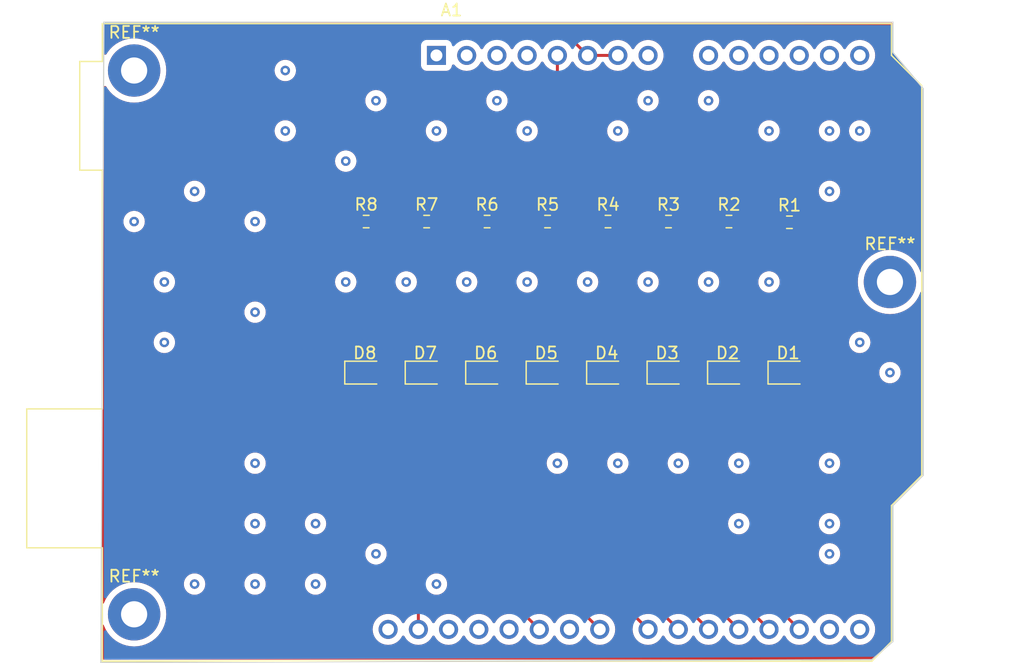
<source format=kicad_pcb>
(kicad_pcb (version 20221018) (generator pcbnew)
  (layers (0 "F.Cu" signal) (31 "B.Cu" signal) (34 "B.Paste" user) (35 "F.Paste" user) (36 "B.SilkS" user "B.Silkscreen") (37 "F.SilkS" user "F.Silkscreen") (38 "B.Mask" user) (39 "F.Mask" user) (44 "Edge.Cuts" user))
  (net 0 "")
  (net 5 "Net-(A1-+5V)")
  (net 6 "GND")
  (net 16 "Net-(A1-D2)")
  (net 17 "Net-(A1-D3)")
  (net 18 "Net-(A1-D4)")
  (net 19 "Net-(A1-D5)")
  (net 20 "Net-(A1-D6)")
  (net 21 "Net-(A1-D7)")
  (net 22 "Net-(A1-D8)")
  (net 24 "Net-(A1-D10)")
  (net 29 "Net-(D1-A)")
  (net 30 "Net-(D2-A)")
  (net 31 "Net-(D3-A)")
  (net 32 "Net-(D4-A)")
  (net 33 "Net-(D5-A)")
  (net 34 "Net-(D6-A)")
  (net 35 "Net-(D7-A)")
  (net 36 "Net-(D8-A)")
  (footprint "LED_SMD:LED_0805_2012Metric" (layer "F.Cu") (at 100.6625 99.06)
    (fp_text reference "D8" (at 0 -1.65) (layer "F.SilkS"))
    (fp_text value "LED")
    (fp_line (start -1.685 -0.96) (end -1.685 0.96) (stroke (width 0.12)) (layer "F.SilkS"))
    (fp_line (start -1.685 0.96) (end 1 0.96) (stroke (width 0.12)) (layer "F.SilkS"))
    (fp_line (start 1 -0.96) (end -1.685 -0.96) (stroke (width 0.12)) (layer "F.SilkS"))
    (pad "1" smd roundrect (at -0.9375 0) (size 0.975 1.4) (layers "F.Cu" "F.Paste" "F.Mask") (net 24 "Net-(A1-D10)"))
    (pad "2" smd roundrect (at 0.9375 0) (size 0.975 1.4) (layers "F.Cu" "F.Paste" "F.Mask") (net 36 "Net-(D8-A)"))
  )
  (footprint "Resistor_SMD:R_0603_1608Metric" (layer "F.Cu") (at 116.015 86.36)
    (fp_text reference "R5" (at 0 -1.43) (layer "F.SilkS"))
    (fp_text value "247")
    (fp_line (start -0.237258 -0.5225) (end 0.237258 -0.5225) (stroke (width 0.12)) (layer "F.SilkS"))
    (fp_line (start -0.237258 0.5225) (end 0.237258 0.5225) (stroke (width 0.12)) (layer "F.SilkS"))
    (pad "1" smd roundrect (at -0.825 0) (size 0.8 0.95) (layers "F.Cu" "F.Paste" "F.Mask") (net 5 "Net-(A1-+5V)"))
    (pad "2" smd roundrect (at 0.825 0) (size 0.8 0.95) (layers "F.Cu" "F.Paste" "F.Mask") (net 33 "Net-(D5-A)"))
  )
  (footprint "Resistor_SMD:R_0603_1608Metric" (layer "F.Cu") (at 136.335 86.42)
    (fp_text reference "R1" (at 0 -1.43) (layer "F.SilkS"))
    (fp_text value "247")
    (fp_line (start -0.237258 -0.5225) (end 0.237258 -0.5225) (stroke (width 0.12)) (layer "F.SilkS"))
    (fp_line (start -0.237258 0.5225) (end 0.237258 0.5225) (stroke (width 0.12)) (layer "F.SilkS"))
    (pad "1" smd roundrect (at -0.825 0) (size 0.8 0.95) (layers "F.Cu" "F.Paste" "F.Mask") (net 5 "Net-(A1-+5V)"))
    (pad "2" smd roundrect (at 0.825 0) (size 0.8 0.95) (layers "F.Cu" "F.Paste" "F.Mask") (net 29 "Net-(D1-A)"))
  )
  (footprint "LED_SMD:LED_0805_2012Metric" (layer "F.Cu") (at 115.9025 99.06)
    (fp_text reference "D5" (at 0 -1.65) (layer "F.SilkS"))
    (fp_text value "LED")
    (fp_line (start -1.685 -0.96) (end -1.685 0.96) (stroke (width 0.12)) (layer "F.SilkS"))
    (fp_line (start -1.685 0.96) (end 1 0.96) (stroke (width 0.12)) (layer "F.SilkS"))
    (fp_line (start 1 -0.96) (end -1.685 -0.96) (stroke (width 0.12)) (layer "F.SilkS"))
    (pad "1" smd roundrect (at -0.9375 0) (size 0.975 1.4) (layers "F.Cu" "F.Paste" "F.Mask") (net 20 "Net-(A1-D6)"))
    (pad "2" smd roundrect (at 0.9375 0) (size 0.975 1.4) (layers "F.Cu" "F.Paste" "F.Mask") (net 33 "Net-(D5-A)"))
  )
  (footprint "LED_SMD:LED_0805_2012Metric" (layer "F.Cu") (at 105.7425 99.06)
    (fp_text reference "D7" (at 0 -1.65) (layer "F.SilkS"))
    (fp_text value "LED")
    (fp_line (start -1.685 -0.96) (end -1.685 0.96) (stroke (width 0.12)) (layer "F.SilkS"))
    (fp_line (start -1.685 0.96) (end 1 0.96) (stroke (width 0.12)) (layer "F.SilkS"))
    (fp_line (start 1 -0.96) (end -1.685 -0.96) (stroke (width 0.12)) (layer "F.SilkS"))
    (pad "1" smd roundrect (at -0.9375 0) (size 0.975 1.4) (layers "F.Cu" "F.Paste" "F.Mask") (net 22 "Net-(A1-D8)"))
    (pad "2" smd roundrect (at 0.9375 0) (size 0.975 1.4) (layers "F.Cu" "F.Paste" "F.Mask") (net 35 "Net-(D7-A)"))
  )
  (footprint "MountingHole:MountingHole_2.2mm_M2_Pad" (layer "F.Cu") (at 81.28 119.38)
    (fp_text reference "REF**" (at 0 -3.2) (layer "F.SilkS"))
    (fp_text value "MountingHole_2.2mm_M2_Pad")
    (pad "1" thru_hole circle (at 0 0) (size 4.4 4.4) (drill 2.2) (layers "*.Cu" "*.Mask"))
  )
  (footprint "Resistor_SMD:R_0603_1608Metric" (layer "F.Cu") (at 126.175 86.36)
    (fp_text reference "R3" (at 0 -1.43) (layer "F.SilkS"))
    (fp_text value "247")
    (fp_line (start -0.237258 -0.5225) (end 0.237258 -0.5225) (stroke (width 0.12)) (layer "F.SilkS"))
    (fp_line (start -0.237258 0.5225) (end 0.237258 0.5225) (stroke (width 0.12)) (layer "F.SilkS"))
    (pad "1" smd roundrect (at -0.825 0) (size 0.8 0.95) (layers "F.Cu" "F.Paste" "F.Mask") (net 5 "Net-(A1-+5V)"))
    (pad "2" smd roundrect (at 0.825 0) (size 0.8 0.95) (layers "F.Cu" "F.Paste" "F.Mask") (net 31 "Net-(D3-A)"))
  )
  (footprint "LED_SMD:LED_0805_2012Metric" (layer "F.Cu") (at 131.1425 99.06)
    (fp_text reference "D2" (at 0 -1.65) (layer "F.SilkS"))
    (fp_text value "LED")
    (fp_line (start -1.685 -0.96) (end -1.685 0.96) (stroke (width 0.12)) (layer "F.SilkS"))
    (fp_line (start -1.685 0.96) (end 1 0.96) (stroke (width 0.12)) (layer "F.SilkS"))
    (fp_line (start 1 -0.96) (end -1.685 -0.96) (stroke (width 0.12)) (layer "F.SilkS"))
    (pad "1" smd roundrect (at -0.9375 0) (size 0.975 1.4) (layers "F.Cu" "F.Paste" "F.Mask") (net 17 "Net-(A1-D3)"))
    (pad "2" smd roundrect (at 0.9375 0) (size 0.975 1.4) (layers "F.Cu" "F.Paste" "F.Mask") (net 30 "Net-(D2-A)"))
  )
  (footprint "MountingHole:MountingHole_2.2mm_M2_Pad" (layer "F.Cu") (at 81.28 73.66)
    (fp_text reference "REF**" (at 0 -3.2) (layer "F.SilkS"))
    (fp_text value "MountingHole_2.2mm_M2_Pad")
    (pad "1" thru_hole circle (at 0 0) (size 4.4 4.4) (drill 2.2) (layers "*.Cu" "*.Mask"))
  )
  (footprint "LED_SMD:LED_0805_2012Metric" (layer "F.Cu") (at 110.8225 99.06)
    (fp_text reference "D6" (at 0 -1.65) (layer "F.SilkS"))
    (fp_text value "LED")
    (fp_line (start -1.685 -0.96) (end -1.685 0.96) (stroke (width 0.12)) (layer "F.SilkS"))
    (fp_line (start -1.685 0.96) (end 1 0.96) (stroke (width 0.12)) (layer "F.SilkS"))
    (fp_line (start 1 -0.96) (end -1.685 -0.96) (stroke (width 0.12)) (layer "F.SilkS"))
    (pad "1" smd roundrect (at -0.9375 0) (size 0.975 1.4) (layers "F.Cu" "F.Paste" "F.Mask") (net 21 "Net-(A1-D7)"))
    (pad "2" smd roundrect (at 0.9375 0) (size 0.975 1.4) (layers "F.Cu" "F.Paste" "F.Mask") (net 34 "Net-(D6-A)"))
  )
  (footprint "MountingHole:MountingHole_2.2mm_M2_Pad" (layer "F.Cu") (at 144.78 91.44)
    (fp_text reference "REF**" (at 0 -3.2) (layer "F.SilkS"))
    (fp_text value "MountingHole_2.2mm_M2_Pad")
    (pad "1" thru_hole circle (at 0 0) (size 4.4 4.4) (drill 2.2) (layers "*.Cu" "*.Mask"))
  )
  (footprint "Resistor_SMD:R_0603_1608Metric" (layer "F.Cu") (at 121.095 86.36)
    (fp_text reference "R4" (at 0 -1.43) (layer "F.SilkS"))
    (fp_text value "247")
    (fp_line (start -0.237258 -0.5225) (end 0.237258 -0.5225) (stroke (width 0.12)) (layer "F.SilkS"))
    (fp_line (start -0.237258 0.5225) (end 0.237258 0.5225) (stroke (width 0.12)) (layer "F.SilkS"))
    (pad "1" smd roundrect (at -0.825 0) (size 0.8 0.95) (layers "F.Cu" "F.Paste" "F.Mask") (net 5 "Net-(A1-+5V)"))
    (pad "2" smd roundrect (at 0.825 0) (size 0.8 0.95) (layers "F.Cu" "F.Paste" "F.Mask") (net 32 "Net-(D4-A)"))
  )
  (footprint "Module:Arduino_UNO_R2" (layer "F.Cu") (at 106.68 72.39)
    (fp_text reference "A1" (at 1.27 -3.81 180) (layer "F.SilkS"))
    (fp_text value "Arduino_UNO_R2")
    (fp_line (start -34.42 29.72) (end -34.42 41.4) (stroke (width 0.12)) (layer "F.SilkS"))
    (fp_line (start -34.42 41.4) (end -28.07 41.4) (stroke (width 0.12)) (layer "F.SilkS"))
    (fp_line (start -29.97 0.51) (end -29.97 9.65) (stroke (width 0.12)) (layer "F.SilkS"))
    (fp_line (start -29.97 9.65) (end -28.07 9.65) (stroke (width 0.12)) (layer "F.SilkS"))
    (fp_line (start -28.07 -2.67) (end -28.07 0.51) (stroke (width 0.12)) (layer "F.SilkS"))
    (fp_line (start -28.07 0.51) (end -29.97 0.51) (stroke (width 0.12)) (layer "F.SilkS"))
    (fp_line (start -28.07 9.65) (end -28.07 29.72) (stroke (width 0.12)) (layer "F.SilkS"))
    (fp_line (start -28.07 29.72) (end -34.42 29.72) (stroke (width 0.12)) (layer "F.SilkS"))
    (fp_line (start -28.07 41.4) (end -28.07 50.93) (stroke (width 0.12)) (layer "F.SilkS"))
    (fp_line (start -28.07 50.93) (end 36.58 50.93) (stroke (width 0.12)) (layer "F.SilkS"))
    (fp_line (start 36.58 50.93) (end 38.23 49.28) (stroke (width 0.12)) (layer "F.SilkS"))
    (fp_line (start 38.23 -2.67) (end -28.07 -2.67) (stroke (width 0.12)) (layer "F.SilkS"))
    (fp_line (start 38.23 0) (end 38.23 -2.67) (stroke (width 0.12)) (layer "F.SilkS"))
    (fp_line (start 38.23 37.85) (end 40.77 35.31) (stroke (width 0.12)) (layer "F.SilkS"))
    (fp_line (start 38.23 49.28) (end 38.23 37.85) (stroke (width 0.12)) (layer "F.SilkS"))
    (fp_line (start 40.77 2.54) (end 38.23 0) (stroke (width 0.12)) (layer "F.SilkS"))
    (fp_line (start 40.77 35.31) (end 40.77 2.54) (stroke (width 0.12)) (layer "F.SilkS"))
    (pad "1" thru_hole rect (at 0 0 90) (size 1.6 1.6) (drill 1) (layers "*.Cu" "*.Mask"))
    (pad "2" thru_hole oval (at 2.54 0 90) (size 1.6 1.6) (drill 1) (layers "*.Cu" "*.Mask"))
    (pad "3" thru_hole oval (at 5.08 0 90) (size 1.6 1.6) (drill 1) (layers "*.Cu" "*.Mask"))
    (pad "4" thru_hole oval (at 7.62 0 90) (size 1.6 1.6) (drill 1) (layers "*.Cu" "*.Mask"))
    (pad "5" thru_hole oval (at 10.16 0 90) (size 1.6 1.6) (drill 1) (layers "*.Cu" "*.Mask") (net 5 "Net-(A1-+5V)"))
    (pad "6" thru_hole oval (at 12.7 0 90) (size 1.6 1.6) (drill 1) (layers "*.Cu" "*.Mask") (net 6 "GND"))
    (pad "7" thru_hole oval (at 15.24 0 90) (size 1.6 1.6) (drill 1) (layers "*.Cu" "*.Mask") (net 6 "GND"))
    (pad "8" thru_hole oval (at 17.78 0 90) (size 1.6 1.6) (drill 1) (layers "*.Cu" "*.Mask"))
    (pad "9" thru_hole oval (at 22.86 0 90) (size 1.6 1.6) (drill 1) (layers "*.Cu" "*.Mask"))
    (pad "10" thru_hole oval (at 25.4 0 90) (size 1.6 1.6) (drill 1) (layers "*.Cu" "*.Mask"))
    (pad "11" thru_hole oval (at 27.94 0 90) (size 1.6 1.6) (drill 1) (layers "*.Cu" "*.Mask"))
    (pad "12" thru_hole oval (at 30.48 0 90) (size 1.6 1.6) (drill 1) (layers "*.Cu" "*.Mask"))
    (pad "13" thru_hole oval (at 33.02 0 90) (size 1.6 1.6) (drill 1) (layers "*.Cu" "*.Mask"))
    (pad "14" thru_hole oval (at 35.56 0 90) (size 1.6 1.6) (drill 1) (layers "*.Cu" "*.Mask"))
    (pad "15" thru_hole oval (at 35.56 48.26 90) (size 1.6 1.6) (drill 1) (layers "*.Cu" "*.Mask"))
    (pad "16" thru_hole oval (at 33.02 48.26 90) (size 1.6 1.6) (drill 1) (layers "*.Cu" "*.Mask"))
    (pad "17" thru_hole oval (at 30.48 48.26 90) (size 1.6 1.6) (drill 1) (layers "*.Cu" "*.Mask") (net 16 "Net-(A1-D2)"))
    (pad "18" thru_hole oval (at 27.94 48.26 90) (size 1.6 1.6) (drill 1) (layers "*.Cu" "*.Mask") (net 17 "Net-(A1-D3)"))
    (pad "19" thru_hole oval (at 25.4 48.26 90) (size 1.6 1.6) (drill 1) (layers "*.Cu" "*.Mask") (net 18 "Net-(A1-D4)"))
    (pad "20" thru_hole oval (at 22.86 48.26 90) (size 1.6 1.6) (drill 1) (layers "*.Cu" "*.Mask") (net 19 "Net-(A1-D5)"))
    (pad "21" thru_hole oval (at 20.32 48.26 90) (size 1.6 1.6) (drill 1) (layers "*.Cu" "*.Mask") (net 20 "Net-(A1-D6)"))
    (pad "22" thru_hole oval (at 17.78 48.26 90) (size 1.6 1.6) (drill 1) (layers "*.Cu" "*.Mask") (net 21 "Net-(A1-D7)"))
    (pad "23" thru_hole oval (at 13.72 48.26 90) (size 1.6 1.6) (drill 1) (layers "*.Cu" "*.Mask") (net 22 "Net-(A1-D8)"))
    (pad "24" thru_hole oval (at 11.18 48.26 90) (size 1.6 1.6) (drill 1) (layers "*.Cu" "*.Mask"))
    (pad "25" thru_hole oval (at 8.64 48.26 90) (size 1.6 1.6) (drill 1) (layers "*.Cu" "*.Mask") (net 24 "Net-(A1-D10)"))
    (pad "26" thru_hole oval (at 6.1 48.26 90) (size 1.6 1.6) (drill 1) (layers "*.Cu" "*.Mask"))
    (pad "27" thru_hole oval (at 3.56 48.26 90) (size 1.6 1.6) (drill 1) (layers "*.Cu" "*.Mask"))
    (pad "28" thru_hole oval (at 1.02 48.26 90) (size 1.6 1.6) (drill 1) (layers "*.Cu" "*.Mask"))
    (pad "29" thru_hole oval (at -1.52 48.26 90) (size 1.6 1.6) (drill 1) (layers "*.Cu" "*.Mask") (net 6 "GND"))
    (pad "30" thru_hole oval (at -4.06 48.26 90) (size 1.6 1.6) (drill 1) (layers "*.Cu" "*.Mask"))
  )
  (footprint "LED_SMD:LED_0805_2012Metric" (layer "F.Cu") (at 126.0625 99.06)
    (fp_text reference "D3" (at 0 -1.65) (layer "F.SilkS"))
    (fp_text value "LED")
    (fp_line (start -1.685 -0.96) (end -1.685 0.96) (stroke (width 0.12)) (layer "F.SilkS"))
    (fp_line (start -1.685 0.96) (end 1 0.96) (stroke (width 0.12)) (layer "F.SilkS"))
    (fp_line (start 1 -0.96) (end -1.685 -0.96) (stroke (width 0.12)) (layer "F.SilkS"))
    (pad "1" smd roundrect (at -0.9375 0) (size 0.975 1.4) (layers "F.Cu" "F.Paste" "F.Mask") (net 18 "Net-(A1-D4)"))
    (pad "2" smd roundrect (at 0.9375 0) (size 0.975 1.4) (layers "F.Cu" "F.Paste" "F.Mask") (net 31 "Net-(D3-A)"))
  )
  (footprint "LED_SMD:LED_0805_2012Metric" (layer "F.Cu") (at 120.9825 99.06)
    (fp_text reference "D4" (at 0 -1.65) (layer "F.SilkS"))
    (fp_text value "LED")
    (fp_line (start -1.685 -0.96) (end -1.685 0.96) (stroke (width 0.12)) (layer "F.SilkS"))
    (fp_line (start -1.685 0.96) (end 1 0.96) (stroke (width 0.12)) (layer "F.SilkS"))
    (fp_line (start 1 -0.96) (end -1.685 -0.96) (stroke (width 0.12)) (layer "F.SilkS"))
    (pad "1" smd roundrect (at -0.9375 0) (size 0.975 1.4) (layers "F.Cu" "F.Paste" "F.Mask") (net 19 "Net-(A1-D5)"))
    (pad "2" smd roundrect (at 0.9375 0) (size 0.975 1.4) (layers "F.Cu" "F.Paste" "F.Mask") (net 32 "Net-(D4-A)"))
  )
  (footprint "Resistor_SMD:R_0603_1608Metric" (layer "F.Cu") (at 131.255 86.36)
    (fp_text reference "R2" (at 0 -1.43) (layer "F.SilkS"))
    (fp_text value "247")
    (fp_line (start -0.237258 -0.5225) (end 0.237258 -0.5225) (stroke (width 0.12)) (layer "F.SilkS"))
    (fp_line (start -0.237258 0.5225) (end 0.237258 0.5225) (stroke (width 0.12)) (layer "F.SilkS"))
    (pad "1" smd roundrect (at -0.825 0) (size 0.8 0.95) (layers "F.Cu" "F.Paste" "F.Mask") (net 5 "Net-(A1-+5V)"))
    (pad "2" smd roundrect (at 0.825 0) (size 0.8 0.95) (layers "F.Cu" "F.Paste" "F.Mask") (net 30 "Net-(D2-A)"))
  )
  (footprint "LED_SMD:LED_0805_2012Metric" (layer "F.Cu") (at 136.2225 99.06)
    (fp_text reference "D1" (at 0 -1.65) (layer "F.SilkS"))
    (fp_text value "LED")
    (fp_line (start -1.685 -0.96) (end -1.685 0.96) (stroke (width 0.12)) (layer "F.SilkS"))
    (fp_line (start -1.685 0.96) (end 1 0.96) (stroke (width 0.12)) (layer "F.SilkS"))
    (fp_line (start 1 -0.96) (end -1.685 -0.96) (stroke (width 0.12)) (layer "F.SilkS"))
    (pad "1" smd roundrect (at -0.9375 0) (size 0.975 1.4) (layers "F.Cu" "F.Paste" "F.Mask") (net 16 "Net-(A1-D2)"))
    (pad "2" smd roundrect (at 0.9375 0) (size 0.975 1.4) (layers "F.Cu" "F.Paste" "F.Mask") (net 29 "Net-(D1-A)"))
  )
  (footprint "Resistor_SMD:R_0603_1608Metric" (layer "F.Cu") (at 105.855 86.36)
    (fp_text reference "R7" (at 0 -1.43) (layer "F.SilkS"))
    (fp_text value "247")
    (fp_line (start -0.237258 -0.5225) (end 0.237258 -0.5225) (stroke (width 0.12)) (layer "F.SilkS"))
    (fp_line (start -0.237258 0.5225) (end 0.237258 0.5225) (stroke (width 0.12)) (layer "F.SilkS"))
    (pad "1" smd roundrect (at -0.825 0) (size 0.8 0.95) (layers "F.Cu" "F.Paste" "F.Mask") (net 5 "Net-(A1-+5V)"))
    (pad "2" smd roundrect (at 0.825 0) (size 0.8 0.95) (layers "F.Cu" "F.Paste" "F.Mask") (net 35 "Net-(D7-A)"))
  )
  (footprint "Resistor_SMD:R_0603_1608Metric" (layer "F.Cu") (at 110.935 86.36)
    (fp_text reference "R6" (at 0 -1.43) (layer "F.SilkS"))
    (fp_text value "247")
    (fp_line (start -0.237258 -0.5225) (end 0.237258 -0.5225) (stroke (width 0.12)) (layer "F.SilkS"))
    (fp_line (start -0.237258 0.5225) (end 0.237258 0.5225) (stroke (width 0.12)) (layer "F.SilkS"))
    (pad "1" smd roundrect (at -0.825 0) (size 0.8 0.95) (layers "F.Cu" "F.Paste" "F.Mask") (net 5 "Net-(A1-+5V)"))
    (pad "2" smd roundrect (at 0.825 0) (size 0.8 0.95) (layers "F.Cu" "F.Paste" "F.Mask") (net 34 "Net-(D6-A)"))
  )
  (footprint "Resistor_SMD:R_0603_1608Metric" (layer "F.Cu") (at 100.775 86.36)
    (fp_text reference "R8" (at 0 -1.43) (layer "F.SilkS"))
    (fp_text value "247")
    (fp_line (start -0.237258 -0.5225) (end 0.237258 -0.5225) (stroke (width 0.12)) (layer "F.SilkS"))
    (fp_line (start -0.237258 0.5225) (end 0.237258 0.5225) (stroke (width 0.12)) (layer "F.SilkS"))
    (pad "1" smd roundrect (at -0.825 0) (size 0.8 0.95) (layers "F.Cu" "F.Paste" "F.Mask") (net 5 "Net-(A1-+5V)"))
    (pad "2" smd roundrect (at 0.825 0) (size 0.8 0.95) (layers "F.Cu" "F.Paste" "F.Mask") (net 36 "Net-(D8-A)"))
  )
  (gr_line (start 145.034 110.236) (end 145.034 121.666) (stroke (width 0.1)) (layer "Edge.Cuts"))
  (gr_line (start 78.74 69.596) (end 145.034 69.596) (stroke (width 0.1)) (layer "Edge.Cuts"))
  (gr_line (start 147.574 107.696) (end 145.034 110.236) (stroke (width 0.1)) (layer "Edge.Cuts"))
  (gr_line (start 145.034 69.596) (end 145.034 72.136) (stroke (width 0.1)) (layer "Edge.Cuts"))
  (gr_line (start 143.256 123.19) (end 78.486 123.444) (stroke (width 0.1)) (layer "Edge.Cuts"))
  (gr_line (start 147.574 75.184) (end 147.574 107.696) (stroke (width 0.1)) (layer "Edge.Cuts"))
  (gr_line (start 78.486 123.444) (end 78.74 69.596) (stroke (width 0.1)) (layer "Edge.Cuts"))
  (gr_line (start 145.034 121.666) (end 143.256 123.19) (stroke (width 0.1)) (layer "Edge.Cuts"))
  (gr_line (start 145.034 72.136) (end 147.574 75.184) (stroke (width 0.1)) (layer "Edge.Cuts"))
  (via (at 116.84 106.68) (size 0.8) (drill 0.4) (layers "F.Cu" "B.Cu") (net 0))
  (via (at 134.62 78.74) (size 0.8) (drill 0.4) (layers "F.Cu" "B.Cu") (net 0))
  (via (at 86.36 83.82) (size 0.8) (drill 0.4) (layers "F.Cu" "B.Cu") (net 0))
  (via (at 93.98 78.74) (size 0.8) (drill 0.4) (layers "F.Cu" "B.Cu") (net 0))
  (via (at 91.44 116.84) (size 0.8) (drill 0.4) (layers "F.Cu" "B.Cu") (net 0))
  (via (at 109.22 91.44) (size 0.8) (drill 0.4) (layers "F.Cu" "B.Cu") (net 0))
  (via (at 139.7 78.74) (size 0.8) (drill 0.4) (layers "F.Cu" "B.Cu") (net 0))
  (via (at 129.54 91.44) (size 0.8) (drill 0.4) (layers "F.Cu" "B.Cu") (net 0))
  (via (at 91.44 106.68) (size 0.8) (drill 0.4) (layers "F.Cu" "B.Cu") (net 0))
  (via (at 106.68 78.74) (size 0.8) (drill 0.4) (layers "F.Cu" "B.Cu") (net 0))
  (via (at 99.06 81.28) (size 0.8) (drill 0.4) (layers "F.Cu" "B.Cu") (net 0))
  (via (at 114.3 78.74) (size 0.8) (drill 0.4) (layers "F.Cu" "B.Cu") (net 0))
  (via (at 106.68 116.84) (size 0.8) (drill 0.4) (layers "F.Cu" "B.Cu") (net 0))
  (via (at 91.44 93.98) (size 0.8) (drill 0.4) (layers "F.Cu" "B.Cu") (net 0))
  (via (at 127 106.68) (size 0.8) (drill 0.4) (layers "F.Cu" "B.Cu") (net 0))
  (via (at 96.52 111.76) (size 0.8) (drill 0.4) (layers "F.Cu" "B.Cu") (net 0))
  (via (at 139.7 111.76) (size 0.8) (drill 0.4) (layers "F.Cu" "B.Cu") (net 0))
  (via (at 93.98 73.66) (size 0.8) (drill 0.4) (layers "F.Cu" "B.Cu") (net 0))
  (via (at 121.92 106.68) (size 0.8) (drill 0.4) (layers "F.Cu" "B.Cu") (net 0))
  (via (at 119.38 91.44) (size 0.8) (drill 0.4) (layers "F.Cu" "B.Cu") (net 0))
  (via (at 101.6 114.3) (size 0.8) (drill 0.4) (layers "F.Cu" "B.Cu") (net 0))
  (via (at 132.08 106.68) (size 0.8) (drill 0.4) (layers "F.Cu" "B.Cu") (net 0))
  (via (at 83.82 91.44) (size 0.8) (drill 0.4) (layers "F.Cu" "B.Cu") (net 0))
  (via (at 142.24 78.74) (size 0.8) (drill 0.4) (layers "F.Cu" "B.Cu") (net 0))
  (via (at 104.14 91.44) (size 0.8) (drill 0.4) (layers "F.Cu" "B.Cu") (net 0))
  (via (at 86.36 116.84) (size 0.8) (drill 0.4) (layers "F.Cu" "B.Cu") (net 0))
  (via (at 124.46 76.2) (size 0.8) (drill 0.4) (layers "F.Cu" "B.Cu") (net 0))
  (via (at 121.92 78.74) (size 0.8) (drill 0.4) (layers "F.Cu" "B.Cu") (net 0))
  (via (at 99.06 91.44) (size 0.8) (drill 0.4) (layers "F.Cu" "B.Cu") (net 0))
  (via (at 91.44 111.76) (size 0.8) (drill 0.4) (layers "F.Cu" "B.Cu") (net 0))
  (via (at 129.54 76.2) (size 0.8) (drill 0.4) (layers "F.Cu" "B.Cu") (net 0))
  (via (at 83.82 96.52) (size 0.8) (drill 0.4) (layers "F.Cu" "B.Cu") (net 0))
  (via (at 132.08 111.76) (size 0.8) (drill 0.4) (layers "F.Cu" "B.Cu") (net 0))
  (via (at 139.7 106.68) (size 0.8) (drill 0.4) (layers "F.Cu" "B.Cu") (net 0))
  (via (at 124.46 91.44) (size 0.8) (drill 0.4) (layers "F.Cu" "B.Cu") (net 0))
  (via (at 111.76 76.2) (size 0.8) (drill 0.4) (layers "F.Cu" "B.Cu") (net 0))
  (via (at 81.28 86.36) (size 0.8) (drill 0.4) (layers "F.Cu" "B.Cu") (net 0))
  (via (at 96.52 116.84) (size 0.8) (drill 0.4) (layers "F.Cu" "B.Cu") (net 0))
  (via (at 144.78 99.06) (size 0.8) (drill 0.4) (layers "F.Cu" "B.Cu") (net 0))
  (via (at 134.62 91.44) (size 0.8) (drill 0.4) (layers "F.Cu" "B.Cu") (net 0))
  (via (at 101.6 76.2) (size 0.8) (drill 0.4) (layers "F.Cu" "B.Cu") (net 0))
  (via (at 139.7 114.3) (size 0.8) (drill 0.4) (layers "F.Cu" "B.Cu") (net 0))
  (via (at 139.7 83.82) (size 0.8) (drill 0.4) (layers "F.Cu" "B.Cu") (net 0))
  (via (at 142.24 96.52) (size 0.8) (drill 0.4) (layers "F.Cu" "B.Cu") (net 0))
  (via (at 114.3 91.44) (size 0.8) (drill 0.4) (layers "F.Cu" "B.Cu") (net 0))
  (via (at 91.44 86.36) (size 0.8) (drill 0.4) (layers "F.Cu" "B.Cu") (net 0))
  (segment (start 120.27 81.347576) (end 120.337576 81.28) (width 0.25) (layer "F.Cu") (net 5))
  (segment (start 134.62 81.28) (end 135.51 82.17) (width 0.25) (layer "F.Cu") (net 5))
  (segment (start 130.460522 81.28) (end 134.62 81.28) (width 0.25) (layer "F.Cu") (net 5))
  (segment (start 105.03 81.32784) (end 104.98216 81.28) (width 0.25) (layer "F.Cu") (net 5))
  (segment (start 115.241903 81.28) (end 116.84 81.28) (width 0.25) (layer "F.Cu") (net 5))
  (segment (start 125.36485 81.28) (end 130.460522 81.28) (width 0.25) (layer "F.Cu") (net 5))
  (segment (start 110.11 81.282032) (end 110.112032 81.28) (width 0.25) (layer "F.Cu") (net 5))
  (segment (start 125.35 81.29485) (end 125.36485 81.28) (width 0.25) (layer "F.Cu") (net 5))
  (segment (start 135.51 82.17) (end 135.51 86.42) (width 0.25) (layer "F.Cu") (net 5))
  (segment (start 125.35 86.36) (end 125.35 81.29485) (width 0.25) (layer "F.Cu") (net 5))
  (segment (start 101.6 81.28) (end 104.98216 81.28) (width 0.25) (layer "F.Cu") (net 5))
  (segment (start 110.112032 81.28) (end 115.241903 81.28) (width 0.25) (layer "F.Cu") (net 5))
  (segment (start 130.43 86.36) (end 130.43 81.310522) (width 0.25) (layer "F.Cu") (net 5))
  (segment (start 99.95 86.36) (end 99.95 82.93) (width 0.25) (layer "F.Cu") (net 5))
  (segment (start 130.43 81.310522) (end 130.460522 81.28) (width 0.25) (layer "F.Cu") (net 5))
  (segment (start 116.84 81.28) (end 116.84 72.39) (width 0.25) (layer "F.Cu") (net 5))
  (segment (start 99.95 82.93) (end 101.6 81.28) (width 0.25) (layer "F.Cu") (net 5))
  (segment (start 116.84 81.28) (end 120.337576 81.28) (width 0.25) (layer "F.Cu") (net 5))
  (segment (start 105.03 86.36) (end 105.03 81.32784) (width 0.25) (layer "F.Cu") (net 5))
  (segment (start 115.19 86.36) (end 115.19 81.331903) (width 0.25) (layer "F.Cu") (net 5))
  (segment (start 110.11 86.36) (end 110.11 81.282032) (width 0.25) (layer "F.Cu") (net 5))
  (segment (start 120.337576 81.28) (end 125.36485 81.28) (width 0.25) (layer "F.Cu") (net 5))
  (segment (start 115.19 81.331903) (end 115.241903 81.28) (width 0.25) (layer "F.Cu") (net 5))
  (segment (start 120.27 86.36) (end 120.27 81.347576) (width 0.25) (layer "F.Cu") (net 5))
  (segment (start 104.98216 81.28) (end 110.112032 81.28) (width 0.25) (layer "F.Cu") (net 5))
  (segment (start 99.378198 70.801802) (end 96.52 73.66) (width 0.25) (layer "F.Cu") (net 6))
  (segment (start 105.16 115.32) (end 105.16 120.65) (width 0.25) (layer "F.Cu") (net 6))
  (segment (start 96.52 73.66) (end 96.52 93.98) (width 0.25) (layer "F.Cu") (net 6))
  (segment (start 119.38 72.39) (end 121.92 72.39) (width 0.25) (layer "F.Cu") (net 6))
  (segment (start 96.52 106.68) (end 105.16 115.32) (width 0.25) (layer "F.Cu") (net 6))
  (segment (start 119.38 72.39) (end 117.791802 70.801802) (width 0.25) (layer "F.Cu") (net 6))
  (segment (start 96.52 93.98) (end 96.52 106.68) (width 0.25) (layer "F.Cu") (net 6))
  (segment (start 117.791802 70.801802) (end 99.378198 70.801802) (width 0.25) (layer "F.Cu") (net 6))
  (segment (start 135.285 118.775) (end 137.16 120.65) (width 0.25) (layer "F.Cu") (net 16))
  (segment (start 135.285 99.06) (end 135.285 118.775) (width 0.25) (layer "F.Cu") (net 16))
  (segment (start 130.205 116.235) (end 134.62 120.65) (width 0.25) (layer "F.Cu") (net 17))
  (segment (start 130.205 99.06) (end 130.205 116.235) (width 0.25) (layer "F.Cu") (net 17))
  (segment (start 125.125 113.695) (end 132.08 120.65) (width 0.25) (layer "F.Cu") (net 18))
  (segment (start 125.125 99.06) (end 125.125 113.695) (width 0.25) (layer "F.Cu") (net 18))
  (segment (start 120.045 99.06) (end 120.045 111.155) (width 0.25) (layer "F.Cu") (net 19))
  (segment (start 120.045 111.155) (end 129.54 120.65) (width 0.25) (layer "F.Cu") (net 19))
  (segment (start 114.965 108.615) (end 127 120.65) (width 0.25) (layer "F.Cu") (net 20))
  (segment (start 114.965 99.06) (end 114.965 108.615) (width 0.25) (layer "F.Cu") (net 20))
  (segment (start 109.885 106.075) (end 124.46 120.65) (width 0.25) (layer "F.Cu") (net 21))
  (segment (start 109.885 99.06) (end 109.885 106.075) (width 0.25) (layer "F.Cu") (net 21))
  (segment (start 104.805 99.06) (end 104.805 105.055) (width 0.25) (layer "F.Cu") (net 22))
  (segment (start 104.805 105.055) (end 120.4 120.65) (width 0.25) (layer "F.Cu") (net 22))
  (segment (start 99.725 105.055) (end 115.32 120.65) (width 0.25) (layer "F.Cu") (net 24))
  (segment (start 99.725 99.06) (end 99.725 105.055) (width 0.25) (layer "F.Cu") (net 24))
  (segment (start 137.16 99.06) (end 137.16 86.36) (width 0.25) (layer "F.Cu") (net 29))
  (segment (start 132.08 99.06) (end 132.08 86.36) (width 0.25) (layer "F.Cu") (net 30))
  (segment (start 127 99.06) (end 127 86.36) (width 0.25) (layer "F.Cu") (net 31))
  (segment (start 121.92 99.06) (end 121.92 86.36) (width 0.25) (layer "F.Cu") (net 32))
  (segment (start 116.84 99.06) (end 116.84 86.36) (width 0.25) (layer "F.Cu") (net 33))
  (segment (start 111.76 99.06) (end 111.76 86.36) (width 0.25) (layer "F.Cu") (net 34))
  (segment (start 106.68 99.06) (end 106.68 86.36) (width 0.25) (layer "F.Cu") (net 35))
  (segment (start 101.6 99.06) (end 101.6 86.36) (width 0.25) (layer "F.Cu") (net 36))
  (zone (net 0) (net_name "") (layer "F.Cu") (connect_pads (clearance 0.5)) (min_thickness 0.25) (fill yes (thermal_gap 0.5) (thermal_bridge_width 0.5) (island_removal_mode 1) (island_area_min 10))
    (polygon (pts (xy 78.74 69.596) (xy 148.336 69.596) (xy 148.082 123.19) (xy 78.232 123.19)))
  )
  (zone (net 0) (net_name "") (layer "B.Cu") (priority 1) (connect_pads (clearance 0.5)) (min_thickness 0.25) (fill yes (thermal_gap 0.5) (thermal_bridge_width 0.5) (island_removal_mode 1) (island_area_min 10))
    (polygon (pts (xy 78.486 69.596) (xy 147.828 69.85) (xy 147.828 122.936) (xy 78.74 123.19) (xy 78.74 69.342) (xy 78.232 70.358) (xy 78.74 69.85)))
  )
)
</source>
